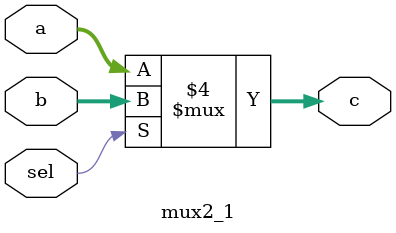
<source format=sv>
module mux2_1 #(parameter N=4)(input [N-1:0] a,b, output logic [N-1:0] c, input sel);


	always_comb begin
		if(!sel) c=a;
		else c=b;
	end
	
endmodule 
</source>
